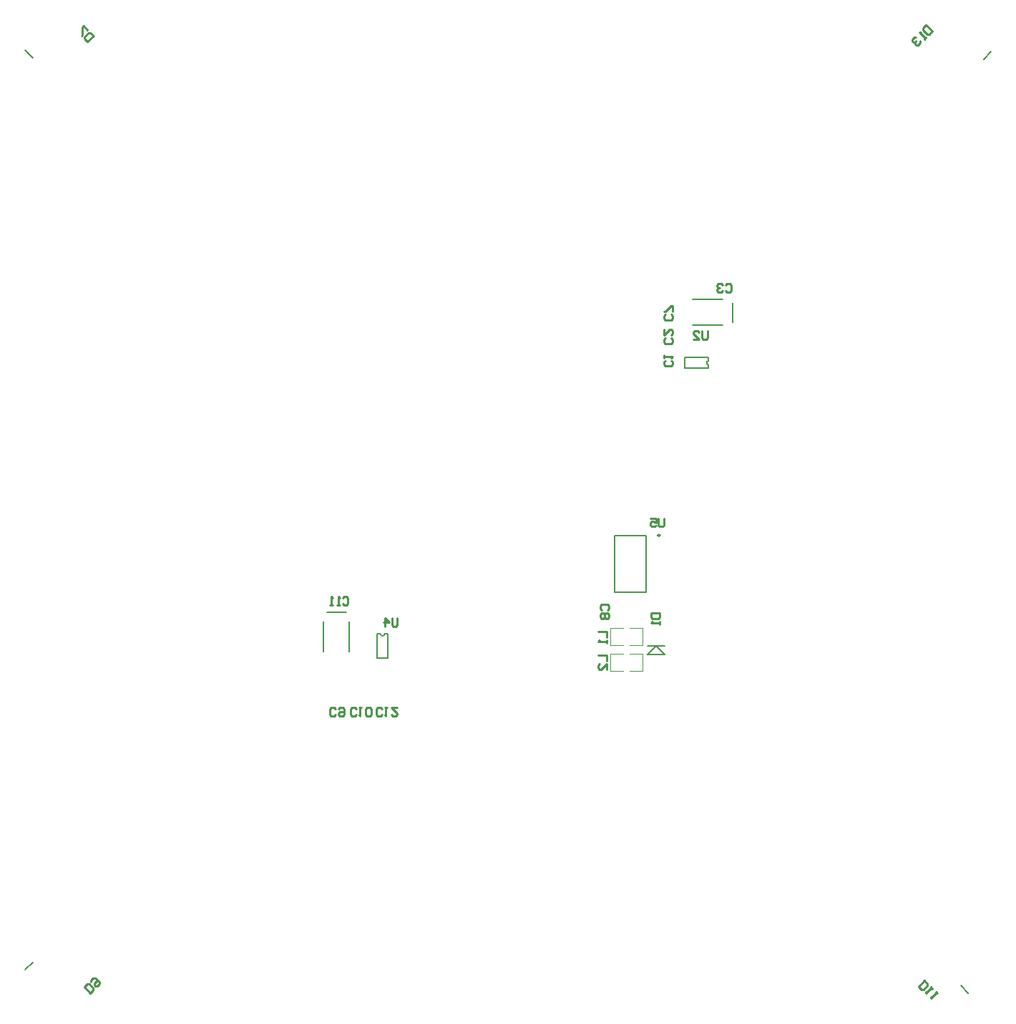
<source format=gbo>
%FSLAX25Y25*%
%MOIN*%
G70*
G01*
G75*
G04 Layer_Color=32896*
G04:AMPARAMS|DCode=10|XSize=78.74mil|YSize=47.24mil|CornerRadius=0mil|HoleSize=0mil|Usage=FLASHONLY|Rotation=45.000|XOffset=0mil|YOffset=0mil|HoleType=Round|Shape=Rectangle|*
%AMROTATEDRECTD10*
4,1,4,-0.01114,-0.04454,-0.04454,-0.01114,0.01114,0.04454,0.04454,0.01114,-0.01114,-0.04454,0.0*
%
%ADD10ROTATEDRECTD10*%

G04:AMPARAMS|DCode=11|XSize=78.74mil|YSize=47.24mil|CornerRadius=0mil|HoleSize=0mil|Usage=FLASHONLY|Rotation=315.000|XOffset=0mil|YOffset=0mil|HoleType=Round|Shape=Rectangle|*
%AMROTATEDRECTD11*
4,1,4,-0.04454,0.01114,-0.01114,0.04454,0.04454,-0.01114,0.01114,-0.04454,-0.04454,0.01114,0.0*
%
%ADD11ROTATEDRECTD11*%

%ADD12O,0.08268X0.01181*%
%ADD13O,0.01181X0.08268*%
G04:AMPARAMS|DCode=14|XSize=59.06mil|YSize=51.18mil|CornerRadius=0mil|HoleSize=0mil|Usage=FLASHONLY|Rotation=225.000|XOffset=0mil|YOffset=0mil|HoleType=Round|Shape=Rectangle|*
%AMROTATEDRECTD14*
4,1,4,0.00278,0.03897,0.03897,0.00278,-0.00278,-0.03897,-0.03897,-0.00278,0.00278,0.03897,0.0*
%
%ADD14ROTATEDRECTD14*%

G04:AMPARAMS|DCode=15|XSize=35.43mil|YSize=37.4mil|CornerRadius=0mil|HoleSize=0mil|Usage=FLASHONLY|Rotation=45.000|XOffset=0mil|YOffset=0mil|HoleType=Round|Shape=Rectangle|*
%AMROTATEDRECTD15*
4,1,4,0.00070,-0.02575,-0.02575,0.00070,-0.00070,0.02575,0.02575,-0.00070,0.00070,-0.02575,0.0*
%
%ADD15ROTATEDRECTD15*%

G04:AMPARAMS|DCode=16|XSize=35.43mil|YSize=37.4mil|CornerRadius=0mil|HoleSize=0mil|Usage=FLASHONLY|Rotation=45.000|XOffset=0mil|YOffset=0mil|HoleType=Round|Shape=Rectangle|*
%AMROTATEDRECTD16*
4,1,4,0.00070,-0.02575,-0.02575,0.00070,-0.00070,0.02575,0.02575,-0.00070,0.00070,-0.02575,0.0*
%
%ADD16ROTATEDRECTD16*%

G04:AMPARAMS|DCode=17|XSize=59.06mil|YSize=51.18mil|CornerRadius=0mil|HoleSize=0mil|Usage=FLASHONLY|Rotation=135.000|XOffset=0mil|YOffset=0mil|HoleType=Round|Shape=Rectangle|*
%AMROTATEDRECTD17*
4,1,4,0.03897,-0.00278,0.00278,-0.03897,-0.03897,0.00278,-0.00278,0.03897,0.03897,-0.00278,0.0*
%
%ADD17ROTATEDRECTD17*%

G04:AMPARAMS|DCode=18|XSize=53.15mil|YSize=15.75mil|CornerRadius=0mil|HoleSize=0mil|Usage=FLASHONLY|Rotation=0.000|XOffset=0mil|YOffset=0mil|HoleType=Round|Shape=Octagon|*
%AMOCTAGOND18*
4,1,8,0.02658,-0.00394,0.02658,0.00394,0.02264,0.00787,-0.02264,0.00787,-0.02658,0.00394,-0.02658,-0.00394,-0.02264,-0.00787,0.02264,-0.00787,0.02658,-0.00394,0.0*
%
%ADD18OCTAGOND18*%

%ADD19R,0.07480X0.09000*%
%ADD20R,0.07480X0.07087*%
G04:AMPARAMS|DCode=21|XSize=35.43mil|YSize=37.4mil|CornerRadius=0mil|HoleSize=0mil|Usage=FLASHONLY|Rotation=135.000|XOffset=0mil|YOffset=0mil|HoleType=Round|Shape=Rectangle|*
%AMROTATEDRECTD21*
4,1,4,0.02575,0.00070,-0.00070,-0.02575,-0.02575,-0.00070,0.00070,0.02575,0.02575,0.00070,0.0*
%
%ADD21ROTATEDRECTD21*%

G04:AMPARAMS|DCode=22|XSize=35.43mil|YSize=37.4mil|CornerRadius=0mil|HoleSize=0mil|Usage=FLASHONLY|Rotation=135.000|XOffset=0mil|YOffset=0mil|HoleType=Round|Shape=Rectangle|*
%AMROTATEDRECTD22*
4,1,4,0.02575,0.00070,-0.00070,-0.02575,-0.02575,-0.00070,0.00070,0.02575,0.02575,0.00070,0.0*
%
%ADD22ROTATEDRECTD22*%

%ADD23R,0.07480X0.02756*%
%ADD24O,0.02362X0.00984*%
%ADD25O,0.00984X0.02362*%
%ADD26R,0.11024X0.10630*%
%ADD27R,0.05906X0.05118*%
%ADD28R,0.05906X0.03937*%
%ADD29R,0.04724X0.01654*%
%ADD30R,0.05118X0.05906*%
%ADD31R,0.03543X0.03740*%
%ADD32R,0.03543X0.03740*%
%ADD33C,0.01000*%
%ADD34C,0.05906*%
%ADD35R,0.05906X0.05906*%
%ADD36R,0.05906X0.05906*%
%ADD37C,0.31496*%
%ADD38C,0.01969*%
%ADD39R,0.06102X0.04331*%
%ADD40R,0.06102X0.04331*%
%ADD41R,0.06102X0.13583*%
%ADD42R,0.07874X0.05906*%
%ADD43R,0.09843X0.07087*%
%ADD44R,0.03937X0.01575*%
%ADD45R,0.03937X0.01575*%
%ADD46R,0.07087X0.09843*%
%ADD47R,0.01575X0.03937*%
%ADD48R,0.01575X0.03937*%
%ADD49C,0.00984*%
%ADD50C,0.02362*%
%ADD51C,0.00787*%
G04:AMPARAMS|DCode=52|XSize=86.74mil|YSize=55.24mil|CornerRadius=0mil|HoleSize=0mil|Usage=FLASHONLY|Rotation=45.000|XOffset=0mil|YOffset=0mil|HoleType=Round|Shape=Rectangle|*
%AMROTATEDRECTD52*
4,1,4,-0.01114,-0.05020,-0.05020,-0.01114,0.01114,0.05020,0.05020,0.01114,-0.01114,-0.05020,0.0*
%
%ADD52ROTATEDRECTD52*%

G04:AMPARAMS|DCode=53|XSize=86.74mil|YSize=55.24mil|CornerRadius=0mil|HoleSize=0mil|Usage=FLASHONLY|Rotation=315.000|XOffset=0mil|YOffset=0mil|HoleType=Round|Shape=Rectangle|*
%AMROTATEDRECTD53*
4,1,4,-0.05020,0.01114,-0.01114,0.05020,0.05020,-0.01114,0.01114,-0.05020,-0.05020,0.01114,0.0*
%
%ADD53ROTATEDRECTD53*%

%ADD54O,0.09068X0.01981*%
%ADD55O,0.01981X0.09068*%
G04:AMPARAMS|DCode=56|XSize=67.06mil|YSize=59.18mil|CornerRadius=0mil|HoleSize=0mil|Usage=FLASHONLY|Rotation=225.000|XOffset=0mil|YOffset=0mil|HoleType=Round|Shape=Rectangle|*
%AMROTATEDRECTD56*
4,1,4,0.00278,0.04463,0.04463,0.00278,-0.00278,-0.04463,-0.04463,-0.00278,0.00278,0.04463,0.0*
%
%ADD56ROTATEDRECTD56*%

G04:AMPARAMS|DCode=57|XSize=43.43mil|YSize=45.4mil|CornerRadius=0mil|HoleSize=0mil|Usage=FLASHONLY|Rotation=45.000|XOffset=0mil|YOffset=0mil|HoleType=Round|Shape=Rectangle|*
%AMROTATEDRECTD57*
4,1,4,0.00070,-0.03141,-0.03141,0.00070,-0.00070,0.03141,0.03141,-0.00070,0.00070,-0.03141,0.0*
%
%ADD57ROTATEDRECTD57*%

G04:AMPARAMS|DCode=58|XSize=43.43mil|YSize=45.4mil|CornerRadius=0mil|HoleSize=0mil|Usage=FLASHONLY|Rotation=45.000|XOffset=0mil|YOffset=0mil|HoleType=Round|Shape=Rectangle|*
%AMROTATEDRECTD58*
4,1,4,0.00070,-0.03141,-0.03141,0.00070,-0.00070,0.03141,0.03141,-0.00070,0.00070,-0.03141,0.0*
%
%ADD58ROTATEDRECTD58*%

G04:AMPARAMS|DCode=59|XSize=67.06mil|YSize=59.18mil|CornerRadius=0mil|HoleSize=0mil|Usage=FLASHONLY|Rotation=135.000|XOffset=0mil|YOffset=0mil|HoleType=Round|Shape=Rectangle|*
%AMROTATEDRECTD59*
4,1,4,0.04463,-0.00278,0.00278,-0.04463,-0.04463,0.00278,-0.00278,0.04463,0.04463,-0.00278,0.0*
%
%ADD59ROTATEDRECTD59*%

G04:AMPARAMS|DCode=60|XSize=61.15mil|YSize=23.75mil|CornerRadius=0mil|HoleSize=0mil|Usage=FLASHONLY|Rotation=0.000|XOffset=0mil|YOffset=0mil|HoleType=Round|Shape=Octagon|*
%AMOCTAGOND60*
4,1,8,0.03058,-0.00594,0.03058,0.00594,0.02464,0.01187,-0.02464,0.01187,-0.03058,0.00594,-0.03058,-0.00594,-0.02464,-0.01187,0.02464,-0.01187,0.03058,-0.00594,0.0*
%
%ADD60OCTAGOND60*%

%ADD61R,0.08280X0.09800*%
%ADD62R,0.08280X0.07887*%
G04:AMPARAMS|DCode=63|XSize=43.43mil|YSize=45.4mil|CornerRadius=0mil|HoleSize=0mil|Usage=FLASHONLY|Rotation=135.000|XOffset=0mil|YOffset=0mil|HoleType=Round|Shape=Rectangle|*
%AMROTATEDRECTD63*
4,1,4,0.03141,0.00070,-0.00070,-0.03141,-0.03141,-0.00070,0.00070,0.03141,0.03141,0.00070,0.0*
%
%ADD63ROTATEDRECTD63*%

G04:AMPARAMS|DCode=64|XSize=43.43mil|YSize=45.4mil|CornerRadius=0mil|HoleSize=0mil|Usage=FLASHONLY|Rotation=135.000|XOffset=0mil|YOffset=0mil|HoleType=Round|Shape=Rectangle|*
%AMROTATEDRECTD64*
4,1,4,0.03141,0.00070,-0.00070,-0.03141,-0.03141,-0.00070,0.00070,0.03141,0.03141,0.00070,0.0*
%
%ADD64ROTATEDRECTD64*%

%ADD65R,0.08280X0.03556*%
%ADD66O,0.03162X0.01784*%
%ADD67O,0.01784X0.03162*%
%ADD68R,0.11824X0.11430*%
%ADD69R,0.06706X0.05918*%
%ADD70R,0.06706X0.04737*%
%ADD71R,0.05524X0.02454*%
%ADD72R,0.05918X0.06706*%
%ADD73R,0.04343X0.04540*%
%ADD74R,0.04343X0.04540*%
%ADD75C,0.06706*%
%ADD76R,0.06706X0.06706*%
%ADD77R,0.06706X0.06706*%
%ADD78C,0.32296*%
%ADD79C,0.02769*%
%ADD80R,0.06902X0.05131*%
%ADD81R,0.06902X0.05131*%
%ADD82R,0.06902X0.14383*%
%ADD83R,0.08674X0.06706*%
%ADD84R,0.10642X0.07887*%
%ADD85R,0.04737X0.02375*%
%ADD86R,0.04737X0.02375*%
%ADD87R,0.07887X0.10642*%
%ADD88R,0.02375X0.04737*%
%ADD89R,0.02375X0.04737*%
%ADD90C,0.00394*%
%ADD91C,0.00700*%
D33*
X450700Y803736D02*
Y800456D01*
X450044Y799800D01*
X448732D01*
X448076Y800456D01*
Y803736D01*
X444140D02*
X446764D01*
Y801768D01*
X445452Y802424D01*
X444796D01*
X444140Y801768D01*
Y800456D01*
X444796Y799800D01*
X446108D01*
X446764Y800456D01*
X326400Y757236D02*
Y753956D01*
X325744Y753300D01*
X324432D01*
X323776Y753956D01*
Y757236D01*
X320496Y753300D02*
Y757236D01*
X322464Y755268D01*
X319840D01*
X470800Y890836D02*
Y887556D01*
X470144Y886900D01*
X468832D01*
X468176Y887556D01*
Y890836D01*
X464240Y886900D02*
X466864D01*
X464240Y889524D01*
Y890180D01*
X464896Y890836D01*
X466208D01*
X466864Y890180D01*
X420064Y740000D02*
X424000D01*
Y737376D01*
Y733440D02*
Y736064D01*
X421376Y733440D01*
X420720D01*
X420064Y734096D01*
Y735408D01*
X420720Y736064D01*
X420064Y751000D02*
X424000D01*
Y748376D01*
Y747064D02*
Y745752D01*
Y746408D01*
X420064D01*
X420720Y747064D01*
X572717Y1033283D02*
X575500Y1030500D01*
X574109Y1029109D01*
X573181D01*
X571325Y1030964D01*
Y1031892D01*
X572717Y1033283D01*
Y1027717D02*
X571789Y1026789D01*
X572253Y1027253D01*
X569470Y1030036D01*
X570398D01*
X568079Y1027717D02*
X567151D01*
X566223Y1026789D01*
X566223Y1025862D01*
X566687Y1025398D01*
X567615D01*
X568079Y1025862D01*
X567615Y1025398D01*
X567615Y1024470D01*
X568079Y1024006D01*
X569006Y1024006D01*
X569934Y1024934D01*
Y1025862D01*
X569217Y585717D02*
X572000Y588500D01*
X573391Y587109D01*
Y586181D01*
X571536Y584326D01*
X570609D01*
X569217Y585717D01*
X574783D02*
X575711Y584789D01*
X575247Y585253D01*
X572464Y582470D01*
Y583398D01*
X577102D02*
X578030Y582470D01*
X577566Y582934D01*
X574783Y580151D01*
Y581079D01*
X183283Y582717D02*
X180500Y585500D01*
X181892Y586892D01*
X182819D01*
X184675Y585036D01*
Y584108D01*
X183283Y582717D01*
X183747Y587819D02*
Y588747D01*
X184675Y589675D01*
X185602D01*
X187458Y587819D01*
X187458Y586892D01*
X186530Y585964D01*
X185602D01*
X185138Y586428D01*
X185138Y587355D01*
X186530Y588747D01*
X184783Y1028283D02*
X182000Y1025500D01*
X180608Y1026892D01*
Y1027819D01*
X182464Y1029675D01*
X183391D01*
X184783Y1028283D01*
X182000Y1031066D02*
X180145Y1032921D01*
X179681Y1032458D01*
Y1028747D01*
X179217Y1028283D01*
X444564Y759500D02*
X448500D01*
Y757532D01*
X447844Y756876D01*
X445220D01*
X444564Y757532D01*
Y759500D01*
X448500Y755564D02*
Y754252D01*
Y754908D01*
X444564D01*
X445220Y755564D01*
X319124Y712220D02*
X318468Y711564D01*
X317156D01*
X316500Y712220D01*
Y714844D01*
X317156Y715500D01*
X318468D01*
X319124Y714844D01*
X320436Y715500D02*
X321748D01*
X321092D01*
Y711564D01*
X320436Y712220D01*
X326339Y715500D02*
X323715D01*
X326339Y712876D01*
Y712220D01*
X325683Y711564D01*
X324372D01*
X323715Y712220D01*
X300776Y766680D02*
X301432Y767336D01*
X302744D01*
X303400Y766680D01*
Y764056D01*
X302744Y763400D01*
X301432D01*
X300776Y764056D01*
X299464Y763400D02*
X298152D01*
X298808D01*
Y767336D01*
X299464Y766680D01*
X296184Y763400D02*
X294873D01*
X295529D01*
Y767336D01*
X296184Y766680D01*
X307124Y712220D02*
X306468Y711564D01*
X305156D01*
X304500Y712220D01*
Y714844D01*
X305156Y715500D01*
X306468D01*
X307124Y714844D01*
X308436Y715500D02*
X309748D01*
X309092D01*
Y711564D01*
X308436Y712220D01*
X311716D02*
X312371Y711564D01*
X313683D01*
X314339Y712220D01*
Y714844D01*
X313683Y715500D01*
X312371D01*
X311716Y714844D01*
Y712220D01*
X297624D02*
X296968Y711564D01*
X295656D01*
X295000Y712220D01*
Y714844D01*
X295656Y715500D01*
X296968D01*
X297624Y714844D01*
X298936D02*
X299592Y715500D01*
X300904D01*
X301560Y714844D01*
Y712220D01*
X300904Y711564D01*
X299592D01*
X298936Y712220D01*
Y712876D01*
X299592Y713532D01*
X301560D01*
X421720Y760876D02*
X421064Y761532D01*
Y762844D01*
X421720Y763500D01*
X424344D01*
X425000Y762844D01*
Y761532D01*
X424344Y760876D01*
X421720Y759564D02*
X421064Y758908D01*
Y757596D01*
X421720Y756940D01*
X422376D01*
X423032Y757596D01*
X423688Y756940D01*
X424344D01*
X425000Y757596D01*
Y758908D01*
X424344Y759564D01*
X423688D01*
X423032Y758908D01*
X422376Y759564D01*
X421720D01*
X423032Y758908D02*
Y757596D01*
X453780Y898624D02*
X454436Y897968D01*
Y896656D01*
X453780Y896000D01*
X451156D01*
X450500Y896656D01*
Y897968D01*
X451156Y898624D01*
X454436Y899936D02*
Y902560D01*
X453780D01*
X451156Y899936D01*
X450500D01*
X479276Y912180D02*
X479932Y912836D01*
X481244D01*
X481900Y912180D01*
Y909556D01*
X481244Y908900D01*
X479932D01*
X479276Y909556D01*
X477964Y912180D02*
X477308Y912836D01*
X475996D01*
X475340Y912180D01*
Y911524D01*
X475996Y910868D01*
X476652D01*
X475996D01*
X475340Y910212D01*
Y909556D01*
X475996Y908900D01*
X477308D01*
X477964Y909556D01*
X453780Y887624D02*
X454436Y886968D01*
Y885656D01*
X453780Y885000D01*
X451156D01*
X450500Y885656D01*
Y886968D01*
X451156Y887624D01*
X450500Y891560D02*
Y888936D01*
X453124Y891560D01*
X453780D01*
X454436Y890904D01*
Y889592D01*
X453780Y888936D01*
Y877124D02*
X454436Y876468D01*
Y875156D01*
X453780Y874500D01*
X451156D01*
X450500Y875156D01*
Y876468D01*
X451156Y877124D01*
X450500Y878436D02*
Y879748D01*
Y879092D01*
X454436D01*
X453780Y878436D01*
D49*
X448692Y795792D02*
G03*
X448692Y795792I-492J0D01*
G01*
D51*
X318553Y749870D02*
G03*
X320423Y749870I935J0D01*
G01*
X471370Y876947D02*
G03*
X471370Y875077I0J-935D01*
G01*
X152929Y1021464D02*
X156464Y1017929D01*
X599536Y1017429D02*
X603071Y1020964D01*
X152929Y593536D02*
X156464Y597071D01*
X588786Y586321D02*
X592321Y582786D01*
X427717Y769311D02*
Y795689D01*
Y769311D02*
X442283D01*
Y795689D01*
X427717D02*
X442283D01*
X293500Y760000D02*
X302500D01*
X304000Y741500D02*
Y755488D01*
X292000Y741500D02*
Y755500D01*
X320423Y749870D02*
X322000D01*
X317000D02*
X318553D01*
X317000Y738650D02*
Y749870D01*
Y738650D02*
X322000D01*
Y749870D01*
X482500Y895000D02*
Y904000D01*
X464000Y893500D02*
X477988D01*
X464000Y905500D02*
X478000D01*
X471370Y873500D02*
Y875077D01*
Y876947D02*
Y878500D01*
X460150D02*
X471370D01*
X460150Y873500D02*
Y878500D01*
Y873500D02*
X471370D01*
D90*
X425500Y740500D02*
X431500D01*
X425500Y732500D02*
Y740500D01*
Y732500D02*
X431500D01*
X434500D02*
X440500D01*
Y740500D01*
X434500D02*
X440500D01*
X425500Y752500D02*
X431500D01*
X425500Y744500D02*
Y752500D01*
Y744500D02*
X431500D01*
X434500D02*
X440500D01*
Y752500D01*
X434500D02*
X440500D01*
D91*
X447000Y744358D02*
X450937Y740421D01*
X443063D02*
X447000Y744358D01*
X443063D02*
X450937D01*
X443063Y740421D02*
X450937D01*
M02*

</source>
